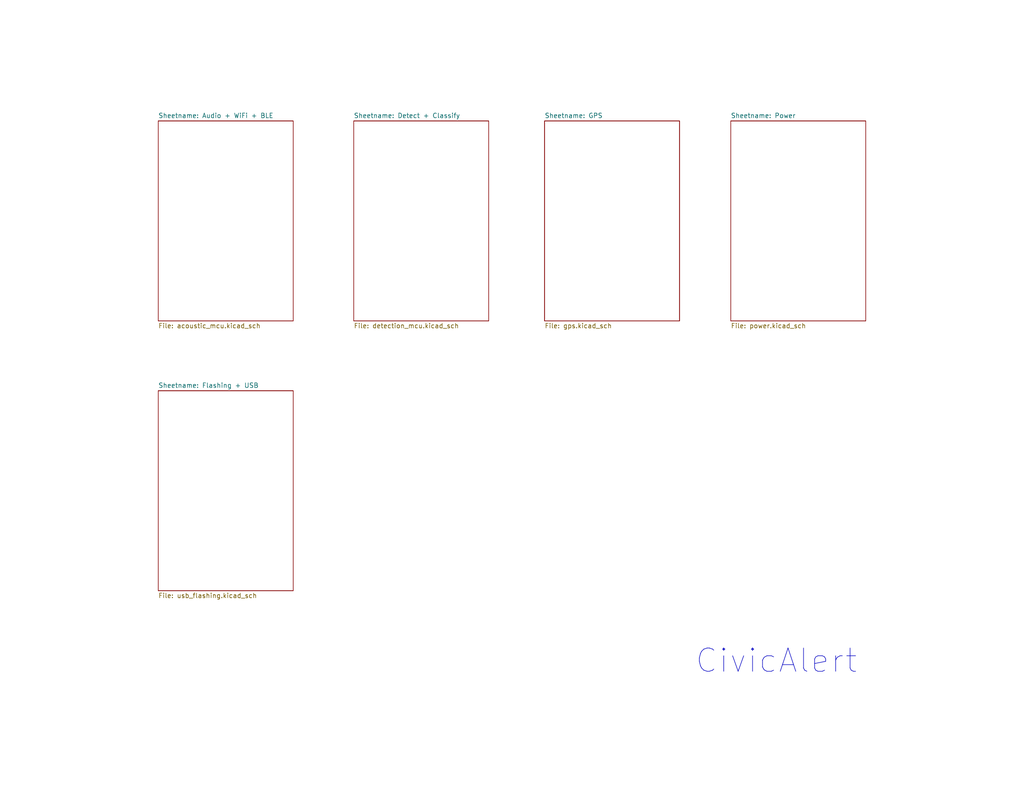
<source format=kicad_sch>
(kicad_sch
	(version 20231120)
	(generator "eeschema")
	(generator_version "8.0")
	(uuid "3dbd3de8-ad8a-405d-8846-2fd4fec89053")
	(paper "USLetter")
	(title_block
		(title "CivicAlert")
		(rev "A")
		(company "Vanderbilt University")
	)
	(lib_symbols)
	(text "CivicAlert"
		(exclude_from_sim no)
		(at 211.836 180.594 0)
		(effects
			(font
				(size 6.35 6.35)
			)
		)
		(uuid "c03b544c-b415-4ab8-af34-3f57c0685fca")
	)
	(sheet
		(at 43.18 33.02)
		(size 36.83 54.61)
		(fields_autoplaced yes)
		(stroke
			(width 0.1524)
			(type solid)
		)
		(fill
			(color 0 0 0 0.0000)
		)
		(uuid "282c20fb-eeea-48b9-9334-ff1dc15ac570")
		(property "Sheetname" "Audio + WiFi + BLE"
			(at 43.18 32.3084 0)
			(show_name yes)
			(effects
				(font
					(size 1.27 1.27)
				)
				(justify left bottom)
			)
		)
		(property "Sheetfile" "acoustic_mcu.kicad_sch"
			(at 43.18 88.2146 0)
			(effects
				(font
					(size 1.27 1.27)
				)
				(justify left top)
			)
		)
		(instances
			(project "CivicAlert"
				(path "/3dbd3de8-ad8a-405d-8846-2fd4fec89053"
					(page "5")
				)
			)
		)
	)
	(sheet
		(at 148.59 33.02)
		(size 36.83 54.61)
		(fields_autoplaced yes)
		(stroke
			(width 0.1524)
			(type solid)
		)
		(fill
			(color 0 0 0 0.0000)
		)
		(uuid "3e7fdbc8-b14e-470b-8e86-6d127cbb5760")
		(property "Sheetname" "GPS"
			(at 148.59 32.3084 0)
			(show_name yes)
			(effects
				(font
					(size 1.27 1.27)
				)
				(justify left bottom)
			)
		)
		(property "Sheetfile" "gps.kicad_sch"
			(at 148.59 88.2146 0)
			(effects
				(font
					(size 1.27 1.27)
				)
				(justify left top)
			)
		)
		(instances
			(project "CivicAlert"
				(path "/3dbd3de8-ad8a-405d-8846-2fd4fec89053"
					(page "4")
				)
			)
		)
	)
	(sheet
		(at 96.52 33.02)
		(size 36.83 54.61)
		(fields_autoplaced yes)
		(stroke
			(width 0.1524)
			(type solid)
		)
		(fill
			(color 0 0 0 0.0000)
		)
		(uuid "8a5a8ba5-a310-4843-ac3c-707ce205ffc3")
		(property "Sheetname" "Detect + Classify"
			(at 96.52 32.3084 0)
			(show_name yes)
			(effects
				(font
					(size 1.27 1.27)
				)
				(justify left bottom)
			)
		)
		(property "Sheetfile" "detection_mcu.kicad_sch"
			(at 96.52 88.2146 0)
			(effects
				(font
					(size 1.27 1.27)
				)
				(justify left top)
			)
		)
		(instances
			(project "CivicAlert"
				(path "/3dbd3de8-ad8a-405d-8846-2fd4fec89053"
					(page "6")
				)
			)
		)
	)
	(sheet
		(at 199.39 33.02)
		(size 36.83 54.61)
		(fields_autoplaced yes)
		(stroke
			(width 0.1524)
			(type solid)
		)
		(fill
			(color 0 0 0 0.0000)
		)
		(uuid "efa39e3a-a35c-4011-80b6-ea9f4ffa9cdc")
		(property "Sheetname" "Power"
			(at 199.39 32.3084 0)
			(show_name yes)
			(effects
				(font
					(size 1.27 1.27)
				)
				(justify left bottom)
			)
		)
		(property "Sheetfile" "power.kicad_sch"
			(at 199.39 88.2146 0)
			(effects
				(font
					(size 1.27 1.27)
				)
				(justify left top)
			)
		)
		(instances
			(project "CivicAlert"
				(path "/3dbd3de8-ad8a-405d-8846-2fd4fec89053"
					(page "2")
				)
			)
		)
	)
	(sheet
		(at 43.18 106.68)
		(size 36.83 54.61)
		(fields_autoplaced yes)
		(stroke
			(width 0.1524)
			(type solid)
		)
		(fill
			(color 0 0 0 0.0000)
		)
		(uuid "f9c285a4-e3d7-4768-980c-918c1c5c8e1e")
		(property "Sheetname" "Flashing + USB"
			(at 43.18 105.9684 0)
			(show_name yes)
			(effects
				(font
					(size 1.27 1.27)
				)
				(justify left bottom)
			)
		)
		(property "Sheetfile" "usb_flashing.kicad_sch"
			(at 43.18 161.8746 0)
			(effects
				(font
					(size 1.27 1.27)
				)
				(justify left top)
			)
		)
		(instances
			(project "CivicAlert"
				(path "/3dbd3de8-ad8a-405d-8846-2fd4fec89053"
					(page "3")
				)
			)
		)
	)
	(sheet_instances
		(path "/"
			(page "1")
		)
	)
)

</source>
